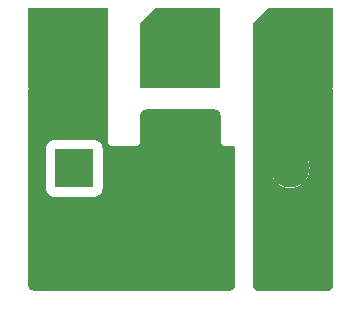
<source format=gbr>
%TF.GenerationSoftware,KiCad,Pcbnew,8.0.4*%
%TF.CreationDate,2024-08-07T12:52:17+02:00*%
%TF.ProjectId,bottom,626f7474-6f6d-42e6-9b69-6361645f7063,rev?*%
%TF.SameCoordinates,Original*%
%TF.FileFunction,Copper,L1,Top*%
%TF.FilePolarity,Positive*%
%FSLAX46Y46*%
G04 Gerber Fmt 4.6, Leading zero omitted, Abs format (unit mm)*
G04 Created by KiCad (PCBNEW 8.0.4) date 2024-08-07 12:52:17*
%MOMM*%
%LPD*%
G01*
G04 APERTURE LIST*
G04 Aperture macros list*
%AMOutline5P*
0 Free polygon, 5 corners , with rotation*
0 The origin of the aperture is its center*
0 number of corners: always 5*
0 $1 to $10 corner X, Y*
0 $11 Rotation angle, in degrees counterclockwise*
0 create outline with 5 corners*
4,1,5,$1,$2,$3,$4,$5,$6,$7,$8,$9,$10,$1,$2,$11*%
%AMOutline6P*
0 Free polygon, 6 corners , with rotation*
0 The origin of the aperture is its center*
0 number of corners: always 6*
0 $1 to $12 corner X, Y*
0 $13 Rotation angle, in degrees counterclockwise*
0 create outline with 6 corners*
4,1,6,$1,$2,$3,$4,$5,$6,$7,$8,$9,$10,$11,$12,$1,$2,$13*%
%AMOutline7P*
0 Free polygon, 7 corners , with rotation*
0 The origin of the aperture is its center*
0 number of corners: always 7*
0 $1 to $14 corner X, Y*
0 $15 Rotation angle, in degrees counterclockwise*
0 create outline with 7 corners*
4,1,7,$1,$2,$3,$4,$5,$6,$7,$8,$9,$10,$11,$12,$13,$14,$1,$2,$15*%
%AMOutline8P*
0 Free polygon, 8 corners , with rotation*
0 The origin of the aperture is its center*
0 number of corners: always 8*
0 $1 to $16 corner X, Y*
0 $17 Rotation angle, in degrees counterclockwise*
0 create outline with 8 corners*
4,1,8,$1,$2,$3,$4,$5,$6,$7,$8,$9,$10,$11,$12,$13,$14,$15,$16,$1,$2,$17*%
G04 Aperture macros list end*
%TA.AperFunction,ComponentPad*%
%ADD10R,6.800000X6.800000*%
%TD*%
%TA.AperFunction,ComponentPad*%
%ADD11Outline5P,-3.400000X2.040000X-2.040000X3.400000X3.400000X3.400000X3.400000X-3.400000X-3.400000X-3.400000X0.000000*%
%TD*%
%TA.AperFunction,ComponentPad*%
%ADD12R,3.300000X3.300000*%
%TD*%
%TA.AperFunction,ComponentPad*%
%ADD13C,3.300000*%
%TD*%
G04 APERTURE END LIST*
D10*
%TO.P,U1,1,Earth*%
%TO.N,Net-(J1-EARTH)*%
X180200000Y-107550000D03*
D11*
%TO.P,U1,2,N*%
%TO.N,Net-(J1-AC_N)*%
X189700000Y-107550000D03*
%TO.P,U1,3,L*%
%TO.N,Net-(J1-AC_P)*%
X199200000Y-107550000D03*
%TD*%
D12*
%TO.P,J1,1,AC_N*%
%TO.N,Net-(J1-AC_N)*%
X180700000Y-117750000D03*
D13*
%TO.P,J1,2,EARTH*%
%TO.N,Net-(J1-EARTH)*%
X189844000Y-117750000D03*
%TO.P,J1,3,AC_P*%
%TO.N,Net-(J1-AC_P)*%
X198988000Y-117750000D03*
%TD*%
%TA.AperFunction,Conductor*%
%TO.N,Net-(J1-AC_P)*%
G36*
X199450000Y-110950000D02*
G01*
X202481423Y-110950000D01*
X202548462Y-110969685D01*
X202594217Y-111022489D01*
X202605423Y-111073858D01*
X202624415Y-127616294D01*
X202623371Y-127632491D01*
X202609627Y-127737746D01*
X202601273Y-127769045D01*
X202563868Y-127859569D01*
X202547692Y-127887635D01*
X202488119Y-127965380D01*
X202465226Y-127988300D01*
X202387543Y-128047967D01*
X202359496Y-128064174D01*
X202269022Y-128101680D01*
X202237734Y-128110070D01*
X202132488Y-128123937D01*
X202116290Y-128125000D01*
X196332549Y-128125000D01*
X196316376Y-128123941D01*
X196275700Y-128118590D01*
X196211279Y-128110115D01*
X196180032Y-128101748D01*
X196089665Y-128064346D01*
X196061647Y-128048184D01*
X195984022Y-127988680D01*
X195961136Y-127965820D01*
X195901545Y-127888267D01*
X195885350Y-127860267D01*
X195847842Y-127769937D01*
X195839441Y-127738703D01*
X195825494Y-127633616D01*
X195824417Y-127617464D01*
X195814626Y-119089005D01*
X195813089Y-117750000D01*
X197332898Y-117750000D01*
X197353274Y-118008912D01*
X197413901Y-118261445D01*
X197413906Y-118261462D01*
X197513290Y-118501397D01*
X197513292Y-118501400D01*
X197648992Y-118722842D01*
X197648993Y-118722843D01*
X197654801Y-118729644D01*
X198272152Y-118112293D01*
X198279049Y-118128942D01*
X198366599Y-118259970D01*
X198478030Y-118371401D01*
X198609058Y-118458951D01*
X198625705Y-118465846D01*
X198008354Y-119083197D01*
X198015157Y-119089007D01*
X198236599Y-119224707D01*
X198236602Y-119224709D01*
X198476537Y-119324093D01*
X198476554Y-119324098D01*
X198729088Y-119384725D01*
X198729087Y-119384725D01*
X198988000Y-119405101D01*
X199246912Y-119384725D01*
X199499445Y-119324098D01*
X199499462Y-119324093D01*
X199739397Y-119224709D01*
X199739400Y-119224707D01*
X199960844Y-119089005D01*
X199967644Y-119083197D01*
X199350293Y-118465846D01*
X199366942Y-118458951D01*
X199497970Y-118371401D01*
X199609401Y-118259970D01*
X199696951Y-118128942D01*
X199703846Y-118112293D01*
X200321197Y-118729644D01*
X200327005Y-118722844D01*
X200462707Y-118501400D01*
X200462709Y-118501397D01*
X200562093Y-118261462D01*
X200562098Y-118261445D01*
X200622725Y-118008912D01*
X200643101Y-117750000D01*
X200622725Y-117491087D01*
X200562098Y-117238554D01*
X200562093Y-117238537D01*
X200462709Y-116998602D01*
X200462707Y-116998599D01*
X200327007Y-116777157D01*
X200321197Y-116770354D01*
X199703846Y-117387705D01*
X199696951Y-117371058D01*
X199609401Y-117240030D01*
X199497970Y-117128599D01*
X199366942Y-117041049D01*
X199350294Y-117034153D01*
X199967645Y-116416801D01*
X199960843Y-116410993D01*
X199960842Y-116410992D01*
X199739400Y-116275292D01*
X199739397Y-116275290D01*
X199499462Y-116175906D01*
X199499445Y-116175901D01*
X199246911Y-116115274D01*
X199246912Y-116115274D01*
X198988000Y-116094898D01*
X198729087Y-116115274D01*
X198476554Y-116175901D01*
X198476537Y-116175906D01*
X198236602Y-116275290D01*
X198236599Y-116275292D01*
X198015155Y-116410993D01*
X198008353Y-116416800D01*
X198625706Y-117034153D01*
X198609058Y-117041049D01*
X198478030Y-117128599D01*
X198366599Y-117240030D01*
X198279049Y-117371058D01*
X198272153Y-117387706D01*
X197654800Y-116770353D01*
X197648993Y-116777155D01*
X197513292Y-116998599D01*
X197513290Y-116998602D01*
X197413906Y-117238537D01*
X197413901Y-117238554D01*
X197353274Y-117491087D01*
X197332898Y-117750000D01*
X195813089Y-117750000D01*
X195805425Y-111074142D01*
X195825033Y-111007080D01*
X195877784Y-110961265D01*
X195929425Y-110950000D01*
X198950000Y-110950000D01*
X198950000Y-109332618D01*
X199082022Y-109350000D01*
X199317978Y-109350000D01*
X199450000Y-109332618D01*
X199450000Y-110950000D01*
G37*
%TD.AperFunction*%
%TD*%
%TA.AperFunction,Conductor*%
%TO.N,Net-(J1-EARTH)*%
G36*
X180450000Y-110950000D02*
G01*
X183476000Y-110950000D01*
X183543039Y-110969685D01*
X183588794Y-111022489D01*
X183600000Y-111074000D01*
X183600000Y-115700000D01*
X183689614Y-115700000D01*
X183709535Y-115734504D01*
X183709539Y-115734509D01*
X183709540Y-115734511D01*
X183765489Y-115790460D01*
X183765491Y-115790461D01*
X183765495Y-115790464D01*
X183834004Y-115830017D01*
X183834011Y-115830021D01*
X183910438Y-115850500D01*
X183910440Y-115850500D01*
X185989560Y-115850500D01*
X185989562Y-115850500D01*
X186065989Y-115830021D01*
X186134511Y-115790460D01*
X186190460Y-115734511D01*
X186210385Y-115700000D01*
X186300000Y-115700000D01*
X186300000Y-115800000D01*
X193100000Y-115800000D01*
X193100000Y-115700000D01*
X193189614Y-115700000D01*
X193209535Y-115734504D01*
X193209539Y-115734509D01*
X193209540Y-115734511D01*
X193265489Y-115790460D01*
X193265491Y-115790461D01*
X193265495Y-115790464D01*
X193334004Y-115830017D01*
X193334011Y-115830021D01*
X193410438Y-115850500D01*
X193410440Y-115850500D01*
X194145514Y-115850500D01*
X194212553Y-115870185D01*
X194243890Y-115899014D01*
X194273074Y-115937048D01*
X194289259Y-115965081D01*
X194326715Y-116055508D01*
X194335093Y-116086775D01*
X194348939Y-116191939D01*
X194350000Y-116208125D01*
X194350000Y-127591874D01*
X194348939Y-127608060D01*
X194335093Y-127713224D01*
X194326715Y-127744491D01*
X194289259Y-127834918D01*
X194273074Y-127862951D01*
X194213491Y-127940601D01*
X194190601Y-127963491D01*
X194112951Y-128023074D01*
X194084918Y-128039259D01*
X193994491Y-128076715D01*
X193963224Y-128085093D01*
X193869398Y-128097446D01*
X193858058Y-128098939D01*
X193841874Y-128100000D01*
X177308126Y-128100000D01*
X177291941Y-128098939D01*
X177278917Y-128097224D01*
X177186775Y-128085093D01*
X177155508Y-128076715D01*
X177065081Y-128039259D01*
X177037048Y-128023074D01*
X176959398Y-127963491D01*
X176936508Y-127940601D01*
X176876925Y-127862951D01*
X176860740Y-127834918D01*
X176823284Y-127744491D01*
X176814906Y-127713223D01*
X176801061Y-127608059D01*
X176800000Y-127591874D01*
X176800000Y-116049983D01*
X178299500Y-116049983D01*
X178299500Y-119450001D01*
X178299501Y-119450018D01*
X178310000Y-119552796D01*
X178310001Y-119552799D01*
X178365185Y-119719331D01*
X178365186Y-119719334D01*
X178457288Y-119868656D01*
X178581344Y-119992712D01*
X178730666Y-120084814D01*
X178897203Y-120139999D01*
X178999991Y-120150500D01*
X182400008Y-120150499D01*
X182502797Y-120139999D01*
X182669334Y-120084814D01*
X182818656Y-119992712D01*
X182942712Y-119868656D01*
X183034814Y-119719334D01*
X183089999Y-119552797D01*
X183100500Y-119450009D01*
X183100499Y-116049992D01*
X183089999Y-115947203D01*
X183034814Y-115780666D01*
X182942712Y-115631344D01*
X182818656Y-115507288D01*
X182725888Y-115450069D01*
X182669336Y-115415187D01*
X182669331Y-115415185D01*
X182667862Y-115414698D01*
X182502797Y-115360001D01*
X182502795Y-115360000D01*
X182400010Y-115349500D01*
X178999998Y-115349500D01*
X178999981Y-115349501D01*
X178897203Y-115360000D01*
X178897200Y-115360001D01*
X178730668Y-115415185D01*
X178730663Y-115415187D01*
X178581342Y-115507289D01*
X178457289Y-115631342D01*
X178365187Y-115780663D01*
X178365185Y-115780668D01*
X178361939Y-115790464D01*
X178310001Y-115947203D01*
X178310001Y-115947204D01*
X178310000Y-115947204D01*
X178299500Y-116049983D01*
X176800000Y-116049983D01*
X176800000Y-111074000D01*
X176819685Y-111006961D01*
X176872489Y-110961206D01*
X176924000Y-110950000D01*
X179950000Y-110950000D01*
X179950000Y-109332618D01*
X180082022Y-109350000D01*
X180317978Y-109350000D01*
X180450000Y-109332618D01*
X180450000Y-110950000D01*
G37*
%TD.AperFunction*%
%TD*%
%TA.AperFunction,Conductor*%
%TO.N,Net-(J1-EARTH)*%
G36*
X192608059Y-112751061D02*
G01*
X192713223Y-112764906D01*
X192744491Y-112773284D01*
X192834918Y-112810740D01*
X192862952Y-112826925D01*
X192940602Y-112886509D01*
X192963491Y-112909398D01*
X193023074Y-112987048D01*
X193039259Y-113015081D01*
X193076715Y-113105508D01*
X193085093Y-113136775D01*
X193098939Y-113241939D01*
X193100000Y-113258125D01*
X193100000Y-115800000D01*
X186300000Y-115800000D01*
X186300000Y-113258125D01*
X186301061Y-113241940D01*
X186314906Y-113136776D01*
X186323284Y-113105508D01*
X186360740Y-113015081D01*
X186376923Y-112987050D01*
X186436513Y-112909392D01*
X186459392Y-112886513D01*
X186537050Y-112826923D01*
X186565079Y-112810740D01*
X186655509Y-112773283D01*
X186686775Y-112764906D01*
X186791941Y-112751061D01*
X186808126Y-112750000D01*
X192591874Y-112750000D01*
X192608059Y-112751061D01*
G37*
%TD.AperFunction*%
%TD*%
M02*

</source>
